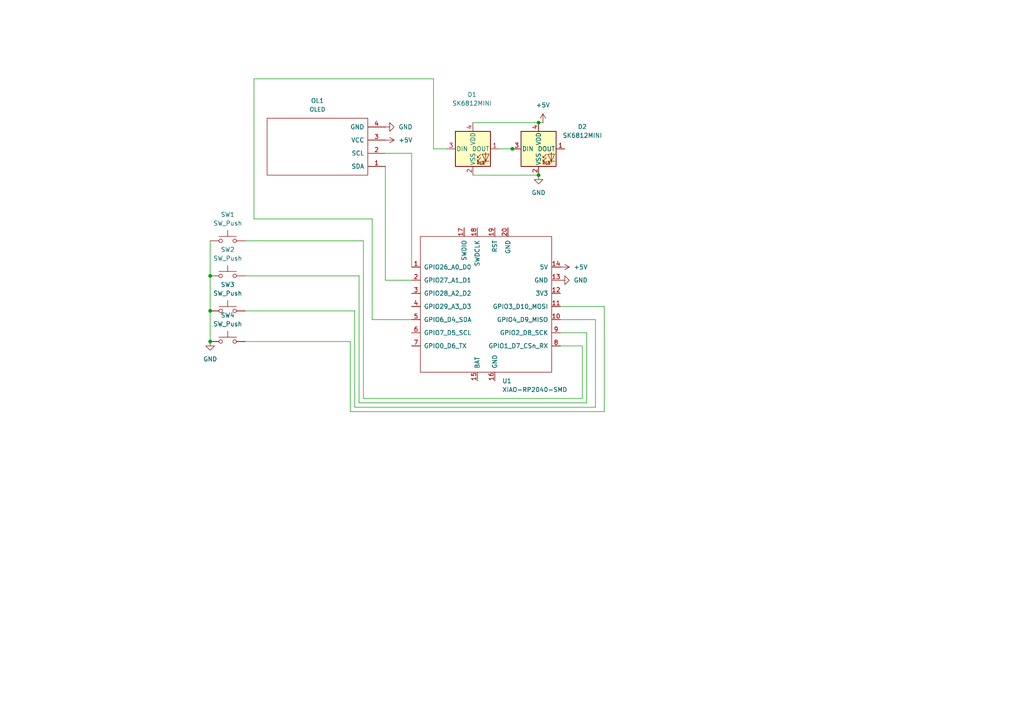
<source format=kicad_sch>
(kicad_sch
	(version 20250114)
	(generator "eeschema")
	(generator_version "9.0")
	(uuid "80ed9542-85e0-4b78-9a66-2e877144ef1d")
	(paper "A4")
	(lib_symbols
		(symbol "LED:SK6812MINI"
			(pin_names
				(offset 0.254)
			)
			(exclude_from_sim no)
			(in_bom yes)
			(on_board yes)
			(property "Reference" "D"
				(at 5.08 5.715 0)
				(effects
					(font
						(size 1.27 1.27)
					)
					(justify right bottom)
				)
			)
			(property "Value" "SK6812MINI"
				(at 1.27 -5.715 0)
				(effects
					(font
						(size 1.27 1.27)
					)
					(justify left top)
				)
			)
			(property "Footprint" "LED_SMD:LED_SK6812MINI_PLCC4_3.5x3.5mm_P1.75mm"
				(at 1.27 -7.62 0)
				(effects
					(font
						(size 1.27 1.27)
					)
					(justify left top)
					(hide yes)
				)
			)
			(property "Datasheet" "https://cdn-shop.adafruit.com/product-files/2686/SK6812MINI_REV.01-1-2.pdf"
				(at 2.54 -9.525 0)
				(effects
					(font
						(size 1.27 1.27)
					)
					(justify left top)
					(hide yes)
				)
			)
			(property "Description" "RGB LED with integrated controller"
				(at 0 0 0)
				(effects
					(font
						(size 1.27 1.27)
					)
					(hide yes)
				)
			)
			(property "ki_keywords" "RGB LED NeoPixel Mini addressable"
				(at 0 0 0)
				(effects
					(font
						(size 1.27 1.27)
					)
					(hide yes)
				)
			)
			(property "ki_fp_filters" "LED*SK6812MINI*PLCC*3.5x3.5mm*P1.75mm*"
				(at 0 0 0)
				(effects
					(font
						(size 1.27 1.27)
					)
					(hide yes)
				)
			)
			(symbol "SK6812MINI_0_0"
				(text "RGB"
					(at 2.286 -4.191 0)
					(effects
						(font
							(size 0.762 0.762)
						)
					)
				)
			)
			(symbol "SK6812MINI_0_1"
				(polyline
					(pts
						(xy 1.27 -2.54) (xy 1.778 -2.54)
					)
					(stroke
						(width 0)
						(type default)
					)
					(fill
						(type none)
					)
				)
				(polyline
					(pts
						(xy 1.27 -3.556) (xy 1.778 -3.556)
					)
					(stroke
						(width 0)
						(type default)
					)
					(fill
						(type none)
					)
				)
				(polyline
					(pts
						(xy 2.286 -1.524) (xy 1.27 -2.54) (xy 1.27 -2.032)
					)
					(stroke
						(width 0)
						(type default)
					)
					(fill
						(type none)
					)
				)
				(polyline
					(pts
						(xy 2.286 -2.54) (xy 1.27 -3.556) (xy 1.27 -3.048)
					)
					(stroke
						(width 0)
						(type default)
					)
					(fill
						(type none)
					)
				)
				(polyline
					(pts
						(xy 3.683 -1.016) (xy 3.683 -3.556) (xy 3.683 -4.064)
					)
					(stroke
						(width 0)
						(type default)
					)
					(fill
						(type none)
					)
				)
				(polyline
					(pts
						(xy 4.699 -1.524) (xy 2.667 -1.524) (xy 3.683 -3.556) (xy 4.699 -1.524)
					)
					(stroke
						(width 0)
						(type default)
					)
					(fill
						(type none)
					)
				)
				(polyline
					(pts
						(xy 4.699 -3.556) (xy 2.667 -3.556)
					)
					(stroke
						(width 0)
						(type default)
					)
					(fill
						(type none)
					)
				)
				(rectangle
					(start 5.08 5.08)
					(end -5.08 -5.08)
					(stroke
						(width 0.254)
						(type default)
					)
					(fill
						(type background)
					)
				)
			)
			(symbol "SK6812MINI_1_1"
				(pin input line
					(at -7.62 0 0)
					(length 2.54)
					(name "DIN"
						(effects
							(font
								(size 1.27 1.27)
							)
						)
					)
					(number "3"
						(effects
							(font
								(size 1.27 1.27)
							)
						)
					)
				)
				(pin power_in line
					(at 0 7.62 270)
					(length 2.54)
					(name "VDD"
						(effects
							(font
								(size 1.27 1.27)
							)
						)
					)
					(number "4"
						(effects
							(font
								(size 1.27 1.27)
							)
						)
					)
				)
				(pin power_in line
					(at 0 -7.62 90)
					(length 2.54)
					(name "VSS"
						(effects
							(font
								(size 1.27 1.27)
							)
						)
					)
					(number "2"
						(effects
							(font
								(size 1.27 1.27)
							)
						)
					)
				)
				(pin output line
					(at 7.62 0 180)
					(length 2.54)
					(name "DOUT"
						(effects
							(font
								(size 1.27 1.27)
							)
						)
					)
					(number "1"
						(effects
							(font
								(size 1.27 1.27)
							)
						)
					)
				)
			)
			(embedded_fonts no)
		)
		(symbol "Switch:SW_Push"
			(pin_numbers
				(hide yes)
			)
			(pin_names
				(offset 1.016)
				(hide yes)
			)
			(exclude_from_sim no)
			(in_bom yes)
			(on_board yes)
			(property "Reference" "SW"
				(at 1.27 2.54 0)
				(effects
					(font
						(size 1.27 1.27)
					)
					(justify left)
				)
			)
			(property "Value" "SW_Push"
				(at 0 -1.524 0)
				(effects
					(font
						(size 1.27 1.27)
					)
				)
			)
			(property "Footprint" ""
				(at 0 5.08 0)
				(effects
					(font
						(size 1.27 1.27)
					)
					(hide yes)
				)
			)
			(property "Datasheet" "~"
				(at 0 5.08 0)
				(effects
					(font
						(size 1.27 1.27)
					)
					(hide yes)
				)
			)
			(property "Description" "Push button switch, generic, two pins"
				(at 0 0 0)
				(effects
					(font
						(size 1.27 1.27)
					)
					(hide yes)
				)
			)
			(property "ki_keywords" "switch normally-open pushbutton push-button"
				(at 0 0 0)
				(effects
					(font
						(size 1.27 1.27)
					)
					(hide yes)
				)
			)
			(symbol "SW_Push_0_1"
				(circle
					(center -2.032 0)
					(radius 0.508)
					(stroke
						(width 0)
						(type default)
					)
					(fill
						(type none)
					)
				)
				(polyline
					(pts
						(xy 0 1.27) (xy 0 3.048)
					)
					(stroke
						(width 0)
						(type default)
					)
					(fill
						(type none)
					)
				)
				(circle
					(center 2.032 0)
					(radius 0.508)
					(stroke
						(width 0)
						(type default)
					)
					(fill
						(type none)
					)
				)
				(polyline
					(pts
						(xy 2.54 1.27) (xy -2.54 1.27)
					)
					(stroke
						(width 0)
						(type default)
					)
					(fill
						(type none)
					)
				)
				(pin passive line
					(at -5.08 0 0)
					(length 2.54)
					(name "1"
						(effects
							(font
								(size 1.27 1.27)
							)
						)
					)
					(number "1"
						(effects
							(font
								(size 1.27 1.27)
							)
						)
					)
				)
				(pin passive line
					(at 5.08 0 180)
					(length 2.54)
					(name "2"
						(effects
							(font
								(size 1.27 1.27)
							)
						)
					)
					(number "2"
						(effects
							(font
								(size 1.27 1.27)
							)
						)
					)
				)
			)
			(embedded_fonts no)
		)
		(symbol "hackpack2.0:XIAO-RP2040-SMD"
			(pin_names
				(offset 1.016)
			)
			(exclude_from_sim no)
			(in_bom yes)
			(on_board yes)
			(property "Reference" "U"
				(at -18.542 23.114 0)
				(effects
					(font
						(size 1.27 1.27)
					)
				)
			)
			(property "Value" "XIAO-RP2040-SMD"
				(at -8.382 21.336 0)
				(effects
					(font
						(size 1.27 1.27)
					)
				)
			)
			(property "Footprint" ""
				(at -8.89 5.08 0)
				(effects
					(font
						(size 1.27 1.27)
					)
					(hide yes)
				)
			)
			(property "Datasheet" ""
				(at -8.89 5.08 0)
				(effects
					(font
						(size 1.27 1.27)
					)
					(hide yes)
				)
			)
			(property "Description" ""
				(at 0 0 0)
				(effects
					(font
						(size 1.27 1.27)
					)
					(hide yes)
				)
			)
			(symbol "XIAO-RP2040-SMD_0_1"
				(rectangle
					(start 19.05 -19.05)
					(end -19.05 20.32)
					(stroke
						(width 0)
						(type default)
					)
					(fill
						(type none)
					)
				)
			)
			(symbol "XIAO-RP2040-SMD_1_1"
				(pin passive line
					(at -21.59 11.43 0)
					(length 2.54)
					(name "GPIO26_A0_D0"
						(effects
							(font
								(size 1.27 1.27)
							)
						)
					)
					(number "1"
						(effects
							(font
								(size 1.27 1.27)
							)
						)
					)
				)
				(pin passive line
					(at -21.59 7.62 0)
					(length 2.54)
					(name "GPIO27_A1_D1"
						(effects
							(font
								(size 1.27 1.27)
							)
						)
					)
					(number "2"
						(effects
							(font
								(size 1.27 1.27)
							)
						)
					)
				)
				(pin passive line
					(at -21.59 3.81 0)
					(length 2.54)
					(name "GPIO28_A2_D2"
						(effects
							(font
								(size 1.27 1.27)
							)
						)
					)
					(number "3"
						(effects
							(font
								(size 1.27 1.27)
							)
						)
					)
				)
				(pin passive line
					(at -21.59 0 0)
					(length 2.54)
					(name "GPIO29_A3_D3"
						(effects
							(font
								(size 1.27 1.27)
							)
						)
					)
					(number "4"
						(effects
							(font
								(size 1.27 1.27)
							)
						)
					)
				)
				(pin passive line
					(at -21.59 -3.81 0)
					(length 2.54)
					(name "GPIO6_D4_SDA"
						(effects
							(font
								(size 1.27 1.27)
							)
						)
					)
					(number "5"
						(effects
							(font
								(size 1.27 1.27)
							)
						)
					)
				)
				(pin passive line
					(at -21.59 -7.62 0)
					(length 2.54)
					(name "GPIO7_D5_SCL"
						(effects
							(font
								(size 1.27 1.27)
							)
						)
					)
					(number "6"
						(effects
							(font
								(size 1.27 1.27)
							)
						)
					)
				)
				(pin passive line
					(at -21.59 -11.43 0)
					(length 2.54)
					(name "GPIO0_D6_TX"
						(effects
							(font
								(size 1.27 1.27)
							)
						)
					)
					(number "7"
						(effects
							(font
								(size 1.27 1.27)
							)
						)
					)
				)
				(pin passive line
					(at -6.35 22.86 270)
					(length 2.54)
					(name "SWDIO"
						(effects
							(font
								(size 1.27 1.27)
							)
						)
					)
					(number "17"
						(effects
							(font
								(size 1.27 1.27)
							)
						)
					)
				)
				(pin passive line
					(at -2.54 22.86 270)
					(length 2.54)
					(name "SWDCLK"
						(effects
							(font
								(size 1.27 1.27)
							)
						)
					)
					(number "18"
						(effects
							(font
								(size 1.27 1.27)
							)
						)
					)
				)
				(pin passive line
					(at -2.54 -21.59 90)
					(length 2.54)
					(name "BAT"
						(effects
							(font
								(size 1.27 1.27)
							)
						)
					)
					(number "15"
						(effects
							(font
								(size 1.27 1.27)
							)
						)
					)
				)
				(pin passive line
					(at 2.54 22.86 270)
					(length 2.54)
					(name "RST"
						(effects
							(font
								(size 1.27 1.27)
							)
						)
					)
					(number "19"
						(effects
							(font
								(size 1.27 1.27)
							)
						)
					)
				)
				(pin passive line
					(at 2.54 -21.59 90)
					(length 2.54)
					(name "GND"
						(effects
							(font
								(size 1.27 1.27)
							)
						)
					)
					(number "16"
						(effects
							(font
								(size 1.27 1.27)
							)
						)
					)
				)
				(pin passive line
					(at 6.35 22.86 270)
					(length 2.54)
					(name "GND"
						(effects
							(font
								(size 1.27 1.27)
							)
						)
					)
					(number "20"
						(effects
							(font
								(size 1.27 1.27)
							)
						)
					)
				)
				(pin passive line
					(at 21.59 11.43 180)
					(length 2.54)
					(name "5V"
						(effects
							(font
								(size 1.27 1.27)
							)
						)
					)
					(number "14"
						(effects
							(font
								(size 1.27 1.27)
							)
						)
					)
				)
				(pin passive line
					(at 21.59 7.62 180)
					(length 2.54)
					(name "GND"
						(effects
							(font
								(size 1.27 1.27)
							)
						)
					)
					(number "13"
						(effects
							(font
								(size 1.27 1.27)
							)
						)
					)
				)
				(pin passive line
					(at 21.59 3.81 180)
					(length 2.54)
					(name "3V3"
						(effects
							(font
								(size 1.27 1.27)
							)
						)
					)
					(number "12"
						(effects
							(font
								(size 1.27 1.27)
							)
						)
					)
				)
				(pin passive line
					(at 21.59 0 180)
					(length 2.54)
					(name "GPIO3_D10_MOSI"
						(effects
							(font
								(size 1.27 1.27)
							)
						)
					)
					(number "11"
						(effects
							(font
								(size 1.27 1.27)
							)
						)
					)
				)
				(pin passive line
					(at 21.59 -3.81 180)
					(length 2.54)
					(name "GPIO4_D9_MISO"
						(effects
							(font
								(size 1.27 1.27)
							)
						)
					)
					(number "10"
						(effects
							(font
								(size 1.27 1.27)
							)
						)
					)
				)
				(pin passive line
					(at 21.59 -7.62 180)
					(length 2.54)
					(name "GPIO2_D8_SCK"
						(effects
							(font
								(size 1.27 1.27)
							)
						)
					)
					(number "9"
						(effects
							(font
								(size 1.27 1.27)
							)
						)
					)
				)
				(pin passive line
					(at 21.59 -11.43 180)
					(length 2.54)
					(name "GPIO1_D7_CSn_RX"
						(effects
							(font
								(size 1.27 1.27)
							)
						)
					)
					(number "8"
						(effects
							(font
								(size 1.27 1.27)
							)
						)
					)
				)
			)
			(embedded_fonts no)
		)
		(symbol "oled:OLED"
			(pin_names
				(offset 1.016)
			)
			(exclude_from_sim no)
			(in_bom yes)
			(on_board yes)
			(property "Reference" "OL"
				(at 0 2.54 0)
				(effects
					(font
						(size 1.2954 1.2954)
					)
				)
			)
			(property "Value" "OLED"
				(at 0 -1.27 0)
				(effects
					(font
						(size 1.1938 1.1938)
					)
				)
			)
			(property "Footprint" ""
				(at 0 2.54 0)
				(effects
					(font
						(size 1.524 1.524)
					)
					(hide yes)
				)
			)
			(property "Datasheet" ""
				(at 0 2.54 0)
				(effects
					(font
						(size 1.524 1.524)
					)
					(hide yes)
				)
			)
			(property "Description" ""
				(at 0 0 0)
				(effects
					(font
						(size 1.27 1.27)
					)
					(hide yes)
				)
			)
			(symbol "OLED_0_1"
				(rectangle
					(start -13.97 8.89)
					(end 15.24 -7.62)
					(stroke
						(width 0)
						(type solid)
					)
					(fill
						(type none)
					)
				)
			)
			(symbol "OLED_1_1"
				(pin bidirectional line
					(at -19.05 6.35 0)
					(length 5.08)
					(name "SDA"
						(effects
							(font
								(size 1.27 1.27)
							)
						)
					)
					(number "1"
						(effects
							(font
								(size 1.27 1.27)
							)
						)
					)
				)
				(pin bidirectional line
					(at -19.05 2.54 0)
					(length 5.08)
					(name "SCL"
						(effects
							(font
								(size 1.27 1.27)
							)
						)
					)
					(number "2"
						(effects
							(font
								(size 1.27 1.27)
							)
						)
					)
				)
				(pin power_in line
					(at -19.05 -1.27 0)
					(length 5.08)
					(name "VCC"
						(effects
							(font
								(size 1.27 1.27)
							)
						)
					)
					(number "3"
						(effects
							(font
								(size 1.27 1.27)
							)
						)
					)
				)
				(pin power_in line
					(at -19.05 -5.08 0)
					(length 5.08)
					(name "GND"
						(effects
							(font
								(size 1.27 1.27)
							)
						)
					)
					(number "4"
						(effects
							(font
								(size 1.27 1.27)
							)
						)
					)
				)
			)
			(embedded_fonts no)
		)
		(symbol "power:+5V"
			(power)
			(pin_numbers
				(hide yes)
			)
			(pin_names
				(offset 0)
				(hide yes)
			)
			(exclude_from_sim no)
			(in_bom yes)
			(on_board yes)
			(property "Reference" "#PWR"
				(at 0 -3.81 0)
				(effects
					(font
						(size 1.27 1.27)
					)
					(hide yes)
				)
			)
			(property "Value" "+5V"
				(at 0 3.556 0)
				(effects
					(font
						(size 1.27 1.27)
					)
				)
			)
			(property "Footprint" ""
				(at 0 0 0)
				(effects
					(font
						(size 1.27 1.27)
					)
					(hide yes)
				)
			)
			(property "Datasheet" ""
				(at 0 0 0)
				(effects
					(font
						(size 1.27 1.27)
					)
					(hide yes)
				)
			)
			(property "Description" "Power symbol creates a global label with name \"+5V\""
				(at 0 0 0)
				(effects
					(font
						(size 1.27 1.27)
					)
					(hide yes)
				)
			)
			(property "ki_keywords" "global power"
				(at 0 0 0)
				(effects
					(font
						(size 1.27 1.27)
					)
					(hide yes)
				)
			)
			(symbol "+5V_0_1"
				(polyline
					(pts
						(xy -0.762 1.27) (xy 0 2.54)
					)
					(stroke
						(width 0)
						(type default)
					)
					(fill
						(type none)
					)
				)
				(polyline
					(pts
						(xy 0 2.54) (xy 0.762 1.27)
					)
					(stroke
						(width 0)
						(type default)
					)
					(fill
						(type none)
					)
				)
				(polyline
					(pts
						(xy 0 0) (xy 0 2.54)
					)
					(stroke
						(width 0)
						(type default)
					)
					(fill
						(type none)
					)
				)
			)
			(symbol "+5V_1_1"
				(pin power_in line
					(at 0 0 90)
					(length 0)
					(name "~"
						(effects
							(font
								(size 1.27 1.27)
							)
						)
					)
					(number "1"
						(effects
							(font
								(size 1.27 1.27)
							)
						)
					)
				)
			)
			(embedded_fonts no)
		)
		(symbol "power:GND"
			(power)
			(pin_numbers
				(hide yes)
			)
			(pin_names
				(offset 0)
				(hide yes)
			)
			(exclude_from_sim no)
			(in_bom yes)
			(on_board yes)
			(property "Reference" "#PWR"
				(at 0 -6.35 0)
				(effects
					(font
						(size 1.27 1.27)
					)
					(hide yes)
				)
			)
			(property "Value" "GND"
				(at 0 -3.81 0)
				(effects
					(font
						(size 1.27 1.27)
					)
				)
			)
			(property "Footprint" ""
				(at 0 0 0)
				(effects
					(font
						(size 1.27 1.27)
					)
					(hide yes)
				)
			)
			(property "Datasheet" ""
				(at 0 0 0)
				(effects
					(font
						(size 1.27 1.27)
					)
					(hide yes)
				)
			)
			(property "Description" "Power symbol creates a global label with name \"GND\" , ground"
				(at 0 0 0)
				(effects
					(font
						(size 1.27 1.27)
					)
					(hide yes)
				)
			)
			(property "ki_keywords" "global power"
				(at 0 0 0)
				(effects
					(font
						(size 1.27 1.27)
					)
					(hide yes)
				)
			)
			(symbol "GND_0_1"
				(polyline
					(pts
						(xy 0 0) (xy 0 -1.27) (xy 1.27 -1.27) (xy 0 -2.54) (xy -1.27 -1.27) (xy 0 -1.27)
					)
					(stroke
						(width 0)
						(type default)
					)
					(fill
						(type none)
					)
				)
			)
			(symbol "GND_1_1"
				(pin power_in line
					(at 0 0 270)
					(length 0)
					(name "~"
						(effects
							(font
								(size 1.27 1.27)
							)
						)
					)
					(number "1"
						(effects
							(font
								(size 1.27 1.27)
							)
						)
					)
				)
			)
			(embedded_fonts no)
		)
	)
	(junction
		(at 60.96 99.06)
		(diameter 0)
		(color 0 0 0 0)
		(uuid "3e860e76-566c-490a-a3e7-b37cc31756c6")
	)
	(junction
		(at 156.21 35.56)
		(diameter 0)
		(color 0 0 0 0)
		(uuid "400e7b29-6485-4ca8-8eb7-aa37460630d0")
	)
	(junction
		(at 148.59 43.18)
		(diameter 0)
		(color 0 0 0 0)
		(uuid "494fb6a3-8507-48bc-b627-0211f385c40e")
	)
	(junction
		(at 60.96 90.17)
		(diameter 0)
		(color 0 0 0 0)
		(uuid "beb33afc-116b-4aee-8b63-67b41ec2c49d")
	)
	(junction
		(at 60.96 80.01)
		(diameter 0)
		(color 0 0 0 0)
		(uuid "f1492634-f3c7-4e04-963a-98f15d2a2b28")
	)
	(junction
		(at 156.21 50.8)
		(diameter 0)
		(color 0 0 0 0)
		(uuid "fde1a863-819d-4395-8280-a5f7a0dfcd47")
	)
	(wire
		(pts
			(xy 172.72 118.11) (xy 172.72 92.71)
		)
		(stroke
			(width 0)
			(type default)
		)
		(uuid "155cd4c8-a98b-4bc2-b720-b27720431596")
	)
	(wire
		(pts
			(xy 156.21 35.56) (xy 157.48 35.56)
		)
		(stroke
			(width 0)
			(type default)
		)
		(uuid "1c82a5f1-db51-4d28-b3d3-3198b633a782")
	)
	(wire
		(pts
			(xy 144.78 43.18) (xy 148.59 43.18)
		)
		(stroke
			(width 0)
			(type default)
		)
		(uuid "2560f5ee-a2c0-4776-8f11-2cb8c32ca6e5")
	)
	(wire
		(pts
			(xy 107.95 63.5) (xy 73.66 63.5)
		)
		(stroke
			(width 0)
			(type default)
		)
		(uuid "26605d99-511e-416d-8208-02105a023bf5")
	)
	(wire
		(pts
			(xy 60.96 69.85) (xy 60.96 80.01)
		)
		(stroke
			(width 0)
			(type default)
		)
		(uuid "2a0492d6-8fd9-4122-b01c-5966269cf184")
	)
	(wire
		(pts
			(xy 119.38 44.45) (xy 119.38 77.47)
		)
		(stroke
			(width 0)
			(type default)
		)
		(uuid "2a5b15f1-e8c8-4160-b79e-ad22f5d1b8e0")
	)
	(wire
		(pts
			(xy 162.56 92.71) (xy 172.72 92.71)
		)
		(stroke
			(width 0)
			(type default)
		)
		(uuid "35acc488-876e-4498-b0f1-f9c6f8ecd05a")
	)
	(wire
		(pts
			(xy 170.18 116.84) (xy 170.18 96.52)
		)
		(stroke
			(width 0)
			(type default)
		)
		(uuid "3c6723ee-d306-4901-8c05-1b6fb71050b2")
	)
	(wire
		(pts
			(xy 137.16 35.56) (xy 156.21 35.56)
		)
		(stroke
			(width 0)
			(type default)
		)
		(uuid "51becd8f-b22f-45bd-8fa0-a9fce985dd2d")
	)
	(wire
		(pts
			(xy 105.41 115.57) (xy 168.91 115.57)
		)
		(stroke
			(width 0)
			(type default)
		)
		(uuid "55c6d254-3d8b-4256-a296-95a18ae3a553")
	)
	(wire
		(pts
			(xy 71.12 90.17) (xy 102.87 90.17)
		)
		(stroke
			(width 0)
			(type default)
		)
		(uuid "57320501-114f-44f0-bac7-c6aebcde2c14")
	)
	(wire
		(pts
			(xy 162.56 88.9) (xy 175.26 88.9)
		)
		(stroke
			(width 0)
			(type default)
		)
		(uuid "61bb199f-1486-45dc-81b4-6a2efcebf3f1")
	)
	(wire
		(pts
			(xy 73.66 63.5) (xy 73.66 22.86)
		)
		(stroke
			(width 0)
			(type default)
		)
		(uuid "65b4455c-8346-43d2-88ba-fb3b20143d8f")
	)
	(wire
		(pts
			(xy 107.95 92.71) (xy 107.95 63.5)
		)
		(stroke
			(width 0)
			(type default)
		)
		(uuid "66a5c869-d391-404e-ab8a-7a97c3c3a0e2")
	)
	(wire
		(pts
			(xy 104.14 80.01) (xy 104.14 116.84)
		)
		(stroke
			(width 0)
			(type default)
		)
		(uuid "66e0851c-9e80-414a-8f23-3e12eb60fe6a")
	)
	(wire
		(pts
			(xy 119.38 92.71) (xy 107.95 92.71)
		)
		(stroke
			(width 0)
			(type default)
		)
		(uuid "6f145952-8890-4d3d-b4e4-92174a88c047")
	)
	(wire
		(pts
			(xy 101.6 119.38) (xy 175.26 119.38)
		)
		(stroke
			(width 0)
			(type default)
		)
		(uuid "7a2d0b48-aa47-4ff3-ad21-46c434dc1e52")
	)
	(wire
		(pts
			(xy 102.87 118.11) (xy 172.72 118.11)
		)
		(stroke
			(width 0)
			(type default)
		)
		(uuid "857be5f2-d48f-4df0-9926-0f3ca901070d")
	)
	(wire
		(pts
			(xy 73.66 22.86) (xy 125.73 22.86)
		)
		(stroke
			(width 0)
			(type default)
		)
		(uuid "8a1c3288-f78a-4344-bf4d-974e4637efaf")
	)
	(wire
		(pts
			(xy 137.16 50.8) (xy 156.21 50.8)
		)
		(stroke
			(width 0)
			(type default)
		)
		(uuid "8b75dc50-6ddb-48d1-805b-91f0dda26f33")
	)
	(wire
		(pts
			(xy 111.76 81.28) (xy 119.38 81.28)
		)
		(stroke
			(width 0)
			(type default)
		)
		(uuid "92691b7a-7440-4e9b-9fd7-cf1756618ff3")
	)
	(wire
		(pts
			(xy 162.56 96.52) (xy 170.18 96.52)
		)
		(stroke
			(width 0)
			(type default)
		)
		(uuid "944d4282-37c4-457e-a0e4-e485010432c4")
	)
	(wire
		(pts
			(xy 125.73 43.18) (xy 129.54 43.18)
		)
		(stroke
			(width 0)
			(type default)
		)
		(uuid "9c955c4c-6805-457a-b4c6-1967a53d78d7")
	)
	(wire
		(pts
			(xy 71.12 69.85) (xy 105.41 69.85)
		)
		(stroke
			(width 0)
			(type default)
		)
		(uuid "a00ce155-b544-4cf1-972e-67b65bbd7175")
	)
	(wire
		(pts
			(xy 175.26 119.38) (xy 175.26 88.9)
		)
		(stroke
			(width 0)
			(type default)
		)
		(uuid "a6298124-2bec-4998-b4f4-6cd018f3c8f4")
	)
	(wire
		(pts
			(xy 60.96 80.01) (xy 60.96 90.17)
		)
		(stroke
			(width 0)
			(type default)
		)
		(uuid "a7637571-3366-4d57-9b34-efaecc1bd130")
	)
	(wire
		(pts
			(xy 168.91 115.57) (xy 168.91 100.33)
		)
		(stroke
			(width 0)
			(type default)
		)
		(uuid "a9450e59-a297-4210-96b7-01beac08af9d")
	)
	(wire
		(pts
			(xy 71.12 99.06) (xy 101.6 99.06)
		)
		(stroke
			(width 0)
			(type default)
		)
		(uuid "aaf5c6f9-7188-446c-b878-59f53a968880")
	)
	(wire
		(pts
			(xy 168.91 100.33) (xy 162.56 100.33)
		)
		(stroke
			(width 0)
			(type default)
		)
		(uuid "c001527a-a960-4da7-a780-4f52e3b9796d")
	)
	(wire
		(pts
			(xy 105.41 69.85) (xy 105.41 115.57)
		)
		(stroke
			(width 0)
			(type default)
		)
		(uuid "c3e238b0-bc0b-4a90-944b-ce21c24547e0")
	)
	(wire
		(pts
			(xy 71.12 80.01) (xy 104.14 80.01)
		)
		(stroke
			(width 0)
			(type default)
		)
		(uuid "d54db4d8-d94c-4a8b-8114-d68ffc8fbcc1")
	)
	(wire
		(pts
			(xy 60.96 90.17) (xy 60.96 99.06)
		)
		(stroke
			(width 0)
			(type default)
		)
		(uuid "db700038-8335-414c-a14b-8c5c147dfe49")
	)
	(wire
		(pts
			(xy 101.6 99.06) (xy 101.6 119.38)
		)
		(stroke
			(width 0)
			(type default)
		)
		(uuid "dfd5074d-b4ca-4ae5-b7ab-3ca7c3ff5702")
	)
	(wire
		(pts
			(xy 148.59 43.18) (xy 149.86 43.18)
		)
		(stroke
			(width 0)
			(type default)
		)
		(uuid "e699faed-09be-4c66-be64-42b722f01aa9")
	)
	(wire
		(pts
			(xy 102.87 90.17) (xy 102.87 118.11)
		)
		(stroke
			(width 0)
			(type default)
		)
		(uuid "ea4be7be-797c-4910-a449-2c4455476604")
	)
	(wire
		(pts
			(xy 125.73 22.86) (xy 125.73 43.18)
		)
		(stroke
			(width 0)
			(type default)
		)
		(uuid "ea4df3ef-5abd-4973-89c4-4e7eb13eded4")
	)
	(wire
		(pts
			(xy 104.14 116.84) (xy 170.18 116.84)
		)
		(stroke
			(width 0)
			(type default)
		)
		(uuid "f3bcbdad-5ea3-432b-8b85-7902401eb828")
	)
	(wire
		(pts
			(xy 111.76 48.26) (xy 111.76 81.28)
		)
		(stroke
			(width 0)
			(type default)
		)
		(uuid "f7308333-e609-4571-b288-66ce1ee258fb")
	)
	(wire
		(pts
			(xy 111.76 44.45) (xy 119.38 44.45)
		)
		(stroke
			(width 0)
			(type default)
		)
		(uuid "ffadd520-e073-4e85-98e1-95ee65f8e9c4")
	)
	(symbol
		(lib_id "LED:SK6812MINI")
		(at 137.16 43.18 0)
		(unit 1)
		(exclude_from_sim no)
		(in_bom yes)
		(on_board yes)
		(dnp no)
		(uuid "21cf475f-2f69-413f-9154-cefcff1c9dbd")
		(property "Reference" "D1"
			(at 136.906 27.432 0)
			(effects
				(font
					(size 1.27 1.27)
				)
			)
		)
		(property "Value" "SK6812MINI"
			(at 136.906 29.972 0)
			(effects
				(font
					(size 1.27 1.27)
				)
			)
		)
		(property "Footprint" "LED_SMD:LED_SK6812MINI_PLCC4_3.5x3.5mm_P1.75mm"
			(at 138.43 50.8 0)
			(effects
				(font
					(size 1.27 1.27)
				)
				(justify left top)
				(hide yes)
			)
		)
		(property "Datasheet" "https://cdn-shop.adafruit.com/product-files/2686/SK6812MINI_REV.01-1-2.pdf"
			(at 139.7 52.705 0)
			(effects
				(font
					(size 1.27 1.27)
				)
				(justify left top)
				(hide yes)
			)
		)
		(property "Description" "RGB LED with integrated controller"
			(at 137.16 43.18 0)
			(effects
				(font
					(size 1.27 1.27)
				)
				(hide yes)
			)
		)
		(pin "3"
			(uuid "7d4e2a05-24aa-4051-adfe-4d9d73b63bed")
		)
		(pin "4"
			(uuid "b9c608e1-5f04-4574-9356-5773c9ed38f4")
		)
		(pin "2"
			(uuid "edf7c4e1-0312-4fc7-94f2-c6f3a9d04be5")
		)
		(pin "1"
			(uuid "b001e3c3-dd20-4d77-af32-de85e10795f7")
		)
		(instances
			(project ""
				(path "/80ed9542-85e0-4b78-9a66-2e877144ef1d"
					(reference "D1")
					(unit 1)
				)
			)
		)
	)
	(symbol
		(lib_id "power:GND")
		(at 162.56 81.28 90)
		(unit 1)
		(exclude_from_sim no)
		(in_bom yes)
		(on_board yes)
		(dnp no)
		(fields_autoplaced yes)
		(uuid "26ecd21a-ef7c-4ba5-9915-76998e3b49a3")
		(property "Reference" "#PWR05"
			(at 168.91 81.28 0)
			(effects
				(font
					(size 1.27 1.27)
				)
				(hide yes)
			)
		)
		(property "Value" "GND"
			(at 166.37 81.2799 90)
			(effects
				(font
					(size 1.27 1.27)
				)
				(justify right)
			)
		)
		(property "Footprint" ""
			(at 162.56 81.28 0)
			(effects
				(font
					(size 1.27 1.27)
				)
				(hide yes)
			)
		)
		(property "Datasheet" ""
			(at 162.56 81.28 0)
			(effects
				(font
					(size 1.27 1.27)
				)
				(hide yes)
			)
		)
		(property "Description" "Power symbol creates a global label with name \"GND\" , ground"
			(at 162.56 81.28 0)
			(effects
				(font
					(size 1.27 1.27)
				)
				(hide yes)
			)
		)
		(pin "1"
			(uuid "c891bb3f-0136-475f-9839-82892341b276")
		)
		(instances
			(project ""
				(path "/80ed9542-85e0-4b78-9a66-2e877144ef1d"
					(reference "#PWR05")
					(unit 1)
				)
			)
		)
	)
	(symbol
		(lib_id "Switch:SW_Push")
		(at 66.04 90.17 0)
		(unit 1)
		(exclude_from_sim no)
		(in_bom yes)
		(on_board yes)
		(dnp no)
		(fields_autoplaced yes)
		(uuid "3cf08f26-e2ba-4802-a1a9-238a455a407c")
		(property "Reference" "SW3"
			(at 66.04 82.55 0)
			(effects
				(font
					(size 1.27 1.27)
				)
			)
		)
		(property "Value" "SW_Push"
			(at 66.04 85.09 0)
			(effects
				(font
					(size 1.27 1.27)
				)
			)
		)
		(property "Footprint" "Button_Switch_Keyboard:SW_Cherry_MX_1.00u_PCB"
			(at 66.04 85.09 0)
			(effects
				(font
					(size 1.27 1.27)
				)
				(hide yes)
			)
		)
		(property "Datasheet" "~"
			(at 66.04 85.09 0)
			(effects
				(font
					(size 1.27 1.27)
				)
				(hide yes)
			)
		)
		(property "Description" "Push button switch, generic, two pins"
			(at 66.04 90.17 0)
			(effects
				(font
					(size 1.27 1.27)
				)
				(hide yes)
			)
		)
		(pin "2"
			(uuid "b47e5145-6aa4-450b-8edd-cec79b463797")
		)
		(pin "1"
			(uuid "8c153cdc-cb85-4a60-804d-5a8c028c570a")
		)
		(instances
			(project ""
				(path "/80ed9542-85e0-4b78-9a66-2e877144ef1d"
					(reference "SW3")
					(unit 1)
				)
			)
		)
	)
	(symbol
		(lib_id "Switch:SW_Push")
		(at 66.04 69.85 0)
		(unit 1)
		(exclude_from_sim no)
		(in_bom yes)
		(on_board yes)
		(dnp no)
		(fields_autoplaced yes)
		(uuid "400d3226-5f07-469f-9500-c4f2e4014f4f")
		(property "Reference" "SW1"
			(at 66.04 62.23 0)
			(effects
				(font
					(size 1.27 1.27)
				)
			)
		)
		(property "Value" "SW_Push"
			(at 66.04 64.77 0)
			(effects
				(font
					(size 1.27 1.27)
				)
			)
		)
		(property "Footprint" "Button_Switch_Keyboard:SW_Cherry_MX_1.00u_PCB"
			(at 66.04 64.77 0)
			(effects
				(font
					(size 1.27 1.27)
				)
				(hide yes)
			)
		)
		(property "Datasheet" "~"
			(at 66.04 64.77 0)
			(effects
				(font
					(size 1.27 1.27)
				)
				(hide yes)
			)
		)
		(property "Description" "Push button switch, generic, two pins"
			(at 66.04 69.85 0)
			(effects
				(font
					(size 1.27 1.27)
				)
				(hide yes)
			)
		)
		(pin "2"
			(uuid "4c37d1a7-7fa0-4ca7-99fd-8a17b92ca2d9")
		)
		(pin "1"
			(uuid "9b163ae1-fb55-47f8-9b37-efe1330b2229")
		)
		(instances
			(project ""
				(path "/80ed9542-85e0-4b78-9a66-2e877144ef1d"
					(reference "SW1")
					(unit 1)
				)
			)
		)
	)
	(symbol
		(lib_id "power:GND")
		(at 156.21 50.8 0)
		(unit 1)
		(exclude_from_sim no)
		(in_bom yes)
		(on_board yes)
		(dnp no)
		(fields_autoplaced yes)
		(uuid "54d4661b-fbe9-423d-8559-167d200ce971")
		(property "Reference" "#PWR02"
			(at 156.21 57.15 0)
			(effects
				(font
					(size 1.27 1.27)
				)
				(hide yes)
			)
		)
		(property "Value" "GND"
			(at 156.21 55.88 0)
			(effects
				(font
					(size 1.27 1.27)
				)
			)
		)
		(property "Footprint" ""
			(at 156.21 50.8 0)
			(effects
				(font
					(size 1.27 1.27)
				)
				(hide yes)
			)
		)
		(property "Datasheet" ""
			(at 156.21 50.8 0)
			(effects
				(font
					(size 1.27 1.27)
				)
				(hide yes)
			)
		)
		(property "Description" "Power symbol creates a global label with name \"GND\" , ground"
			(at 156.21 50.8 0)
			(effects
				(font
					(size 1.27 1.27)
				)
				(hide yes)
			)
		)
		(pin "1"
			(uuid "b75c6b7b-77db-43c2-b718-f4510f9da68f")
		)
		(instances
			(project ""
				(path "/80ed9542-85e0-4b78-9a66-2e877144ef1d"
					(reference "#PWR02")
					(unit 1)
				)
			)
		)
	)
	(symbol
		(lib_id "oled:OLED")
		(at 92.71 41.91 180)
		(unit 1)
		(exclude_from_sim no)
		(in_bom yes)
		(on_board yes)
		(dnp no)
		(fields_autoplaced yes)
		(uuid "57c0bef5-9838-43c8-beeb-c81e9c6c2454")
		(property "Reference" "OL1"
			(at 92.075 29.21 0)
			(effects
				(font
					(size 1.2954 1.2954)
				)
			)
		)
		(property "Value" "OLED"
			(at 92.075 31.75 0)
			(effects
				(font
					(size 1.1938 1.1938)
				)
			)
		)
		(property "Footprint" "oled:SSD1306-0.91-OLED-4pin-128x32"
			(at 92.71 44.45 0)
			(effects
				(font
					(size 1.524 1.524)
				)
				(hide yes)
			)
		)
		(property "Datasheet" ""
			(at 92.71 44.45 0)
			(effects
				(font
					(size 1.524 1.524)
				)
				(hide yes)
			)
		)
		(property "Description" ""
			(at 92.71 41.91 0)
			(effects
				(font
					(size 1.27 1.27)
				)
				(hide yes)
			)
		)
		(pin "1"
			(uuid "3f83e6d4-26c7-4019-9e3c-85fd8dd2184c")
		)
		(pin "2"
			(uuid "b479d13a-0e5a-42ae-9235-af59a3001dc0")
		)
		(pin "3"
			(uuid "9b5039f3-5c56-482e-9615-e2ced8952e05")
		)
		(pin "4"
			(uuid "cda83c8a-1a1d-4cde-805c-920f797cba62")
		)
		(instances
			(project ""
				(path "/80ed9542-85e0-4b78-9a66-2e877144ef1d"
					(reference "OL1")
					(unit 1)
				)
			)
		)
	)
	(symbol
		(lib_id "Switch:SW_Push")
		(at 66.04 99.06 0)
		(unit 1)
		(exclude_from_sim no)
		(in_bom yes)
		(on_board yes)
		(dnp no)
		(fields_autoplaced yes)
		(uuid "6b59bd48-0584-43ed-9a58-888170ee0f71")
		(property "Reference" "SW4"
			(at 66.04 91.44 0)
			(effects
				(font
					(size 1.27 1.27)
				)
			)
		)
		(property "Value" "SW_Push"
			(at 66.04 93.98 0)
			(effects
				(font
					(size 1.27 1.27)
				)
			)
		)
		(property "Footprint" "Button_Switch_Keyboard:SW_Cherry_MX_1.00u_PCB"
			(at 66.04 93.98 0)
			(effects
				(font
					(size 1.27 1.27)
				)
				(hide yes)
			)
		)
		(property "Datasheet" "~"
			(at 66.04 93.98 0)
			(effects
				(font
					(size 1.27 1.27)
				)
				(hide yes)
			)
		)
		(property "Description" "Push button switch, generic, two pins"
			(at 66.04 99.06 0)
			(effects
				(font
					(size 1.27 1.27)
				)
				(hide yes)
			)
		)
		(pin "2"
			(uuid "a7e7295b-6628-4625-918a-079aa63928fe")
		)
		(pin "1"
			(uuid "4b72c967-f04e-43f0-a6da-01297ac29a75")
		)
		(instances
			(project ""
				(path "/80ed9542-85e0-4b78-9a66-2e877144ef1d"
					(reference "SW4")
					(unit 1)
				)
			)
		)
	)
	(symbol
		(lib_id "hackpack2.0:XIAO-RP2040-SMD")
		(at 140.97 88.9 0)
		(unit 1)
		(exclude_from_sim no)
		(in_bom yes)
		(on_board yes)
		(dnp no)
		(fields_autoplaced yes)
		(uuid "89e65fde-261b-4edc-83c5-b863aaf0bdd1")
		(property "Reference" "U1"
			(at 145.6533 110.49 0)
			(effects
				(font
					(size 1.27 1.27)
				)
				(justify left)
			)
		)
		(property "Value" "XIAO-RP2040-SMD"
			(at 145.6533 113.03 0)
			(effects
				(font
					(size 1.27 1.27)
				)
				(justify left)
			)
		)
		(property "Footprint" "hackpack2.0:XIAO-RP2040-SMD"
			(at 132.08 83.82 0)
			(effects
				(font
					(size 1.27 1.27)
				)
				(hide yes)
			)
		)
		(property "Datasheet" ""
			(at 132.08 83.82 0)
			(effects
				(font
					(size 1.27 1.27)
				)
				(hide yes)
			)
		)
		(property "Description" ""
			(at 140.97 88.9 0)
			(effects
				(font
					(size 1.27 1.27)
				)
				(hide yes)
			)
		)
		(pin "14"
			(uuid "19e14cbd-bc82-474c-b3d9-70239b1a8b79")
		)
		(pin "4"
			(uuid "685d1a2c-9118-4319-b3c7-0b1e45058d64")
		)
		(pin "19"
			(uuid "9a85eab5-e6de-47ec-a797-d830ec937698")
		)
		(pin "3"
			(uuid "4b887f4d-103a-41f5-b853-a0e128cee180")
		)
		(pin "5"
			(uuid "2f3fb99d-0b7a-41f3-9792-53338aecd928")
		)
		(pin "15"
			(uuid "4ef261e9-f7fb-463d-b575-543b2a423860")
		)
		(pin "9"
			(uuid "db13976a-2216-4278-8f51-263a7e8e82f6")
		)
		(pin "16"
			(uuid "6fa239f2-a582-4e1b-a1a7-5086da3d7c63")
		)
		(pin "11"
			(uuid "1c1f5f24-0d14-4420-9c2c-676002c17f41")
		)
		(pin "6"
			(uuid "b4d5c291-21c6-4179-a1a3-24432e8333e2")
		)
		(pin "17"
			(uuid "46d53d72-528d-4bf7-8c90-29588bc45fb6")
		)
		(pin "7"
			(uuid "c18f2774-e606-477f-92af-804c1c593aae")
		)
		(pin "1"
			(uuid "5cfa1457-1b48-4730-9a9d-b6c607fb0558")
		)
		(pin "18"
			(uuid "f0e8c1d9-65c5-403b-9e52-859e65bd6f9e")
		)
		(pin "20"
			(uuid "39a778f8-d92e-4190-b3db-132055045619")
		)
		(pin "2"
			(uuid "2129971a-0041-4d84-a199-021e258dfa96")
		)
		(pin "13"
			(uuid "40c88252-e121-4ba7-8b3a-017be3df3c87")
		)
		(pin "12"
			(uuid "4af095ae-2c5c-4fce-a378-38cf4a21c32b")
		)
		(pin "10"
			(uuid "60006bb8-7c1f-4a4b-ae09-adfa0ee6c9c8")
		)
		(pin "8"
			(uuid "16ccba56-f14e-441b-aae0-b103c91f7298")
		)
		(instances
			(project ""
				(path "/80ed9542-85e0-4b78-9a66-2e877144ef1d"
					(reference "U1")
					(unit 1)
				)
			)
		)
	)
	(symbol
		(lib_id "power:+5V")
		(at 111.76 40.64 270)
		(unit 1)
		(exclude_from_sim no)
		(in_bom yes)
		(on_board yes)
		(dnp no)
		(fields_autoplaced yes)
		(uuid "95733e7e-e082-4478-83a8-9fc33e952c66")
		(property "Reference" "#PWR07"
			(at 107.95 40.64 0)
			(effects
				(font
					(size 1.27 1.27)
				)
				(hide yes)
			)
		)
		(property "Value" "+5V"
			(at 115.57 40.6399 90)
			(effects
				(font
					(size 1.27 1.27)
				)
				(justify left)
			)
		)
		(property "Footprint" ""
			(at 111.76 40.64 0)
			(effects
				(font
					(size 1.27 1.27)
				)
				(hide yes)
			)
		)
		(property "Datasheet" ""
			(at 111.76 40.64 0)
			(effects
				(font
					(size 1.27 1.27)
				)
				(hide yes)
			)
		)
		(property "Description" "Power symbol creates a global label with name \"+5V\""
			(at 111.76 40.64 0)
			(effects
				(font
					(size 1.27 1.27)
				)
				(hide yes)
			)
		)
		(pin "1"
			(uuid "d29bdb6d-c9cc-43f1-9147-6819b7b7dec3")
		)
		(instances
			(project ""
				(path "/80ed9542-85e0-4b78-9a66-2e877144ef1d"
					(reference "#PWR07")
					(unit 1)
				)
			)
		)
	)
	(symbol
		(lib_id "power:+5V")
		(at 162.56 77.47 270)
		(unit 1)
		(exclude_from_sim no)
		(in_bom yes)
		(on_board yes)
		(dnp no)
		(fields_autoplaced yes)
		(uuid "a0b36621-f7e2-4232-935f-6c98755ddd6b")
		(property "Reference" "#PWR04"
			(at 158.75 77.47 0)
			(effects
				(font
					(size 1.27 1.27)
				)
				(hide yes)
			)
		)
		(property "Value" "+5V"
			(at 166.37 77.4699 90)
			(effects
				(font
					(size 1.27 1.27)
				)
				(justify left)
			)
		)
		(property "Footprint" ""
			(at 162.56 77.47 0)
			(effects
				(font
					(size 1.27 1.27)
				)
				(hide yes)
			)
		)
		(property "Datasheet" ""
			(at 162.56 77.47 0)
			(effects
				(font
					(size 1.27 1.27)
				)
				(hide yes)
			)
		)
		(property "Description" "Power symbol creates a global label with name \"+5V\""
			(at 162.56 77.47 0)
			(effects
				(font
					(size 1.27 1.27)
				)
				(hide yes)
			)
		)
		(pin "1"
			(uuid "6a36e8a1-420a-41c6-9b83-6415f4845ae9")
		)
		(instances
			(project ""
				(path "/80ed9542-85e0-4b78-9a66-2e877144ef1d"
					(reference "#PWR04")
					(unit 1)
				)
			)
		)
	)
	(symbol
		(lib_id "Switch:SW_Push")
		(at 66.04 80.01 0)
		(unit 1)
		(exclude_from_sim no)
		(in_bom yes)
		(on_board yes)
		(dnp no)
		(fields_autoplaced yes)
		(uuid "a1cc7a85-a826-4772-aac5-ca04c3655579")
		(property "Reference" "SW2"
			(at 66.04 72.39 0)
			(effects
				(font
					(size 1.27 1.27)
				)
			)
		)
		(property "Value" "SW_Push"
			(at 66.04 74.93 0)
			(effects
				(font
					(size 1.27 1.27)
				)
			)
		)
		(property "Footprint" "Button_Switch_Keyboard:SW_Cherry_MX_1.00u_PCB"
			(at 66.04 74.93 0)
			(effects
				(font
					(size 1.27 1.27)
				)
				(hide yes)
			)
		)
		(property "Datasheet" "~"
			(at 66.04 74.93 0)
			(effects
				(font
					(size 1.27 1.27)
				)
				(hide yes)
			)
		)
		(property "Description" "Push button switch, generic, two pins"
			(at 66.04 80.01 0)
			(effects
				(font
					(size 1.27 1.27)
				)
				(hide yes)
			)
		)
		(pin "2"
			(uuid "6419ac5f-d66d-42e8-90ab-ccaa94d73e0d")
		)
		(pin "1"
			(uuid "59b57476-4e85-4637-93d1-aa756e923cfb")
		)
		(instances
			(project ""
				(path "/80ed9542-85e0-4b78-9a66-2e877144ef1d"
					(reference "SW2")
					(unit 1)
				)
			)
		)
	)
	(symbol
		(lib_id "power:GND")
		(at 111.76 36.83 90)
		(unit 1)
		(exclude_from_sim no)
		(in_bom yes)
		(on_board yes)
		(dnp no)
		(fields_autoplaced yes)
		(uuid "d1b2355f-aabc-4407-913f-be3c6b79406b")
		(property "Reference" "#PWR06"
			(at 118.11 36.83 0)
			(effects
				(font
					(size 1.27 1.27)
				)
				(hide yes)
			)
		)
		(property "Value" "GND"
			(at 115.57 36.8299 90)
			(effects
				(font
					(size 1.27 1.27)
				)
				(justify right)
			)
		)
		(property "Footprint" ""
			(at 111.76 36.83 0)
			(effects
				(font
					(size 1.27 1.27)
				)
				(hide yes)
			)
		)
		(property "Datasheet" ""
			(at 111.76 36.83 0)
			(effects
				(font
					(size 1.27 1.27)
				)
				(hide yes)
			)
		)
		(property "Description" "Power symbol creates a global label with name \"GND\" , ground"
			(at 111.76 36.83 0)
			(effects
				(font
					(size 1.27 1.27)
				)
				(hide yes)
			)
		)
		(pin "1"
			(uuid "f19eaeeb-93b5-4c14-b188-70eb0ef69e90")
		)
		(instances
			(project ""
				(path "/80ed9542-85e0-4b78-9a66-2e877144ef1d"
					(reference "#PWR06")
					(unit 1)
				)
			)
		)
	)
	(symbol
		(lib_id "power:GND")
		(at 60.96 99.06 0)
		(unit 1)
		(exclude_from_sim no)
		(in_bom yes)
		(on_board yes)
		(dnp no)
		(fields_autoplaced yes)
		(uuid "d638fa79-b9bf-42e1-a2ac-3c771b38dd65")
		(property "Reference" "#PWR01"
			(at 60.96 105.41 0)
			(effects
				(font
					(size 1.27 1.27)
				)
				(hide yes)
			)
		)
		(property "Value" "GND"
			(at 60.96 104.14 0)
			(effects
				(font
					(size 1.27 1.27)
				)
			)
		)
		(property "Footprint" ""
			(at 60.96 99.06 0)
			(effects
				(font
					(size 1.27 1.27)
				)
				(hide yes)
			)
		)
		(property "Datasheet" ""
			(at 60.96 99.06 0)
			(effects
				(font
					(size 1.27 1.27)
				)
				(hide yes)
			)
		)
		(property "Description" "Power symbol creates a global label with name \"GND\" , ground"
			(at 60.96 99.06 0)
			(effects
				(font
					(size 1.27 1.27)
				)
				(hide yes)
			)
		)
		(pin "1"
			(uuid "502348de-c574-4007-b07f-3730d7718dd2")
		)
		(instances
			(project ""
				(path "/80ed9542-85e0-4b78-9a66-2e877144ef1d"
					(reference "#PWR01")
					(unit 1)
				)
			)
		)
	)
	(symbol
		(lib_id "LED:SK6812MINI")
		(at 156.21 43.18 0)
		(unit 1)
		(exclude_from_sim no)
		(in_bom yes)
		(on_board yes)
		(dnp no)
		(fields_autoplaced yes)
		(uuid "e99c4005-ec86-46e0-8c93-923e289f273d")
		(property "Reference" "D2"
			(at 168.91 36.7598 0)
			(effects
				(font
					(size 1.27 1.27)
				)
			)
		)
		(property "Value" "SK6812MINI"
			(at 168.91 39.2998 0)
			(effects
				(font
					(size 1.27 1.27)
				)
			)
		)
		(property "Footprint" "LED_SMD:LED_SK6812MINI_PLCC4_3.5x3.5mm_P1.75mm"
			(at 157.48 50.8 0)
			(effects
				(font
					(size 1.27 1.27)
				)
				(justify left top)
				(hide yes)
			)
		)
		(property "Datasheet" "https://cdn-shop.adafruit.com/product-files/2686/SK6812MINI_REV.01-1-2.pdf"
			(at 158.75 52.705 0)
			(effects
				(font
					(size 1.27 1.27)
				)
				(justify left top)
				(hide yes)
			)
		)
		(property "Description" "RGB LED with integrated controller"
			(at 156.21 43.18 0)
			(effects
				(font
					(size 1.27 1.27)
				)
				(hide yes)
			)
		)
		(pin "4"
			(uuid "9557c995-16c7-4cf4-a791-788edc752c79")
		)
		(pin "3"
			(uuid "4befa65c-cbcb-4583-bb6c-ed9f56461f4b")
		)
		(pin "1"
			(uuid "3af44e48-d2c5-4265-b41f-857e15216c3a")
		)
		(pin "2"
			(uuid "e1c11864-4518-4c41-85b4-1015fe394039")
		)
		(instances
			(project ""
				(path "/80ed9542-85e0-4b78-9a66-2e877144ef1d"
					(reference "D2")
					(unit 1)
				)
			)
		)
	)
	(symbol
		(lib_id "power:+5V")
		(at 157.48 35.56 0)
		(unit 1)
		(exclude_from_sim no)
		(in_bom yes)
		(on_board yes)
		(dnp no)
		(fields_autoplaced yes)
		(uuid "ea0951a1-a61f-4f9b-975a-ba21a8c1d197")
		(property "Reference" "#PWR03"
			(at 157.48 39.37 0)
			(effects
				(font
					(size 1.27 1.27)
				)
				(hide yes)
			)
		)
		(property "Value" "+5V"
			(at 157.48 30.48 0)
			(effects
				(font
					(size 1.27 1.27)
				)
			)
		)
		(property "Footprint" ""
			(at 157.48 35.56 0)
			(effects
				(font
					(size 1.27 1.27)
				)
				(hide yes)
			)
		)
		(property "Datasheet" ""
			(at 157.48 35.56 0)
			(effects
				(font
					(size 1.27 1.27)
				)
				(hide yes)
			)
		)
		(property "Description" "Power symbol creates a global label with name \"+5V\""
			(at 157.48 35.56 0)
			(effects
				(font
					(size 1.27 1.27)
				)
				(hide yes)
			)
		)
		(pin "1"
			(uuid "e1c6f963-d014-4d2f-bc80-f86fd8cea88b")
		)
		(instances
			(project ""
				(path "/80ed9542-85e0-4b78-9a66-2e877144ef1d"
					(reference "#PWR03")
					(unit 1)
				)
			)
		)
	)
	(sheet_instances
		(path "/"
			(page "1")
		)
	)
	(embedded_fonts no)
)

</source>
